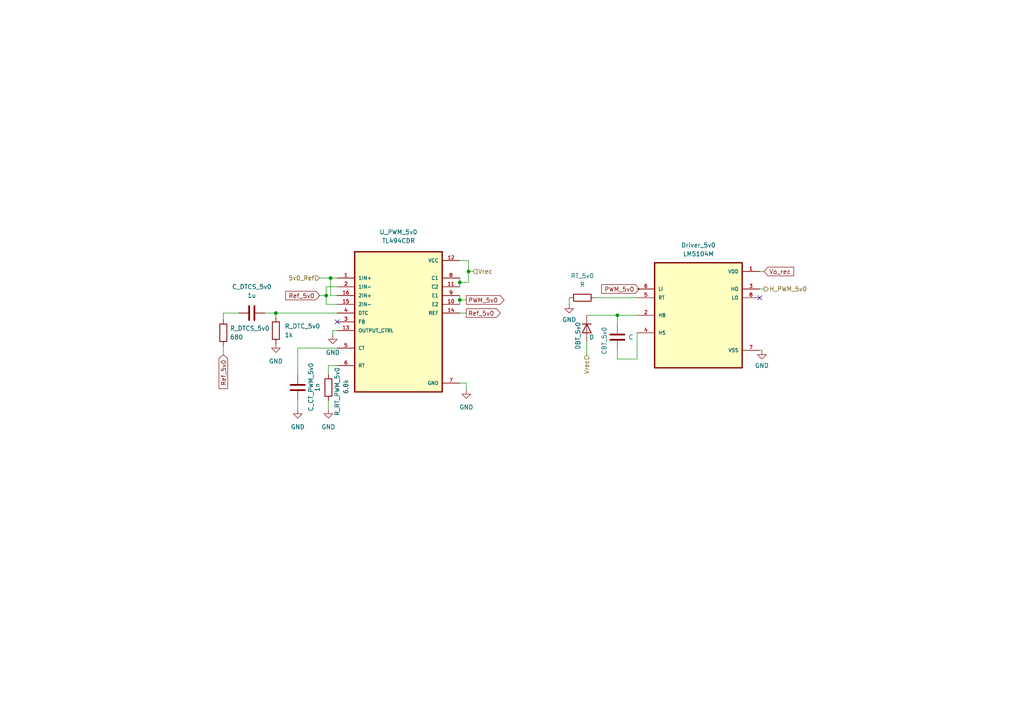
<source format=kicad_sch>
(kicad_sch (version 20211123) (generator eeschema)
  (paper "A4")
  (lib_symbols
    (symbol "Device:C" (pin_numbers hide) (pin_names (offset 0.254))
      (property "Reference" "C" (at 0.635 2.54 0))
      (property "Value" "C" (at 0.635 -2.54 0))
      (symbol "C_0_1"
        (polyline (pts (xy -2.032 -0.762) (xy 2.032 -0.762)) (stroke (width 0.508)))
        (polyline (pts (xy -2.032 0.762) (xy 2.032 0.762)) (stroke (width 0.508)))
      )
      (symbol "C_1_1"
        (pin passive line (at 0 3.81 270) (length 2.794) (name "~") (number "1"))
        (pin passive line (at 0 -3.81 90) (length 2.794) (name "~") (number "2"))
      )
    )
    (symbol "Device:D" (pin_numbers hide) (pin_names (offset 1.016) hide)
      (property "Reference" "D" (at 0 2.54 0))
      (property "Value" "D" (at 0 -2.54 0))
      (symbol "D_0_1"
        (polyline (pts (xy -1.27 1.27) (xy -1.27 -1.27)) (stroke (width 0.254)))
        (polyline (pts (xy 1.27 0) (xy -1.27 0)))
        (polyline (pts (xy 1.27 1.27) (xy 1.27 -1.27) (xy -1.27 0) (xy 1.27 1.27)) (stroke (width 0.254)))
      )
      (symbol "D_1_1"
        (pin passive line (at -3.81 0 0) (length 2.54) (name "K") (number "1"))
        (pin passive line (at 3.81 0 180) (length 2.54) (name "A") (number "2"))
      )
    )
    (symbol "Device:R" (pin_numbers hide) (pin_names (offset 0))
      (property "Reference" "R" (at 2.032 0 90))
      (property "Value" "R" (at 0 0 90))
      (symbol "R_0_1"
        (rectangle (start -1.016 -2.54) (end 1.016 2.54) (stroke (width 0.254)))
      )
      (symbol "R_1_1"
        (pin passive line (at 0 3.81 270) (length 1.27) (name "~") (number "1"))
        (pin passive line (at 0 -3.81 90) (length 1.27) (name "~") (number "2"))
      )
    )
    (symbol "LM5104M:LM5104M" (pin_names (offset 1.016))
      (property "Reference" "U" (at -12.7 16.2306 0))
      (property "Value" "LM5104M" (at -12.7 -19.2278 0))
      (symbol "LM5104M_0_0"
        (rectangle (start -12.7 -15.24) (end 12.7 15.24) (stroke (width 0.4064)) (fill (type background)))
        (pin power_in line (at 17.78 12.7 180) (length 5.08) (name "VDD") (number "1"))
        (pin bidirectional line (at -17.78 0 0) (length 5.08) (name "HB") (number "2"))
        (pin output line (at 17.78 7.62 180) (length 5.08) (name "HO") (number "3"))
        (pin bidirectional line (at -17.78 -5.08 0) (length 5.08) (name "HS") (number "4"))
        (pin input line (at -17.78 5.08 0) (length 5.08) (name "RT") (number "5"))
        (pin input line (at -17.78 7.62 0) (length 5.08) (name "LI") (number "6"))
        (pin power_in line (at 17.78 -10.16 180) (length 5.08) (name "VSS") (number "7"))
        (pin output line (at 17.78 5.08 180) (length 5.08) (name "LO") (number "8"))
      )
    )
    (symbol "TL494CDR:TL494CDR" (pin_names (offset 1.016))
      (property "Reference" "U" (at -12.7 21.3106 0))
      (property "Value" "TL494CDR" (at -12.7 -24.3078 0))
      (symbol "TL494CDR_0_0"
        (rectangle (start -12.7 -20.32) (end 12.7 20.32) (stroke (width 0.4064)) (fill (type background)))
        (pin input line (at -17.78 12.7 0) (length 5.08) (name "1IN+") (number "1"))
        (pin output line (at 17.78 5.08 180) (length 5.08) (name "E2") (number "10"))
        (pin output line (at 17.78 10.16 180) (length 5.08) (name "C2") (number "11"))
        (pin power_in line (at 17.78 17.78 180) (length 5.08) (name "VCC") (number "12"))
        (pin input line (at -17.78 -2.54 0) (length 5.08) (name "OUTPUT_CTRL") (number "13"))
        (pin output line (at 17.78 2.54 180) (length 5.08) (name "REF") (number "14"))
        (pin input line (at -17.78 5.08 0) (length 5.08) (name "2IN−") (number "15"))
        (pin input line (at -17.78 7.62 0) (length 5.08) (name "2IN+") (number "16"))
        (pin input line (at -17.78 10.16 0) (length 5.08) (name "1IN−") (number "2"))
        (pin input line (at -17.78 0 0) (length 5.08) (name "FB") (number "3"))
        (pin input line (at -17.78 2.54 0) (length 5.08) (name "DTC") (number "4"))
        (pin bidirectional line (at -17.78 -7.62 0) (length 5.08) (name "CT") (number "5"))
        (pin bidirectional line (at -17.78 -12.7 0) (length 5.08) (name "RT") (number "6"))
        (pin power_in line (at 17.78 -17.78 180) (length 5.08) (name "GND") (number "7"))
        (pin output line (at 17.78 12.7 180) (length 5.08) (name "C1") (number "8"))
        (pin output line (at 17.78 7.62 180) (length 5.08) (name "E1") (number "9"))
      )
    )
    (symbol "power:GND" (power) (pin_names (offset 0))
      (property "Value" "GND" (at 0 -3.81 0))
      (symbol "GND_0_1"
        (polyline (pts (xy 0 0) (xy 0 -1.27) (xy 1.27 -1.27) (xy 0 -2.54) (xy -1.27 -1.27) (xy 0 -1.27)))
      )
      (symbol "GND_1_1"
        (pin power_in line (at 0 0 270) (length 0) hide (name "GND") (number "1"))
      )
    )
  )
  (junction (at 135.89 78.74))
  (junction (at 179.07 91.44))
  (junction (at 133.35 81.915))
  (junction (at 133.35 86.995))
  (junction (at 94.615 85.725))
  (junction (at 95.885 80.645))
  (junction (at 80.01 90.805))
  (no_connect (at 97.79 93.345))
  (no_connect (at 220.345 86.36))
  (wire (pts (xy 133.35 85.725) (xy 133.35 86.995)))
  (wire (pts (xy 133.35 75.565) (xy 135.89 75.565)))
  (wire (pts (xy 94.615 83.185) (xy 94.615 85.725)))
  (wire (pts (xy 179.07 91.44) (xy 184.785 91.44)))
  (wire (pts (xy 133.35 111.125) (xy 135.255 111.125)))
  (wire (pts (xy 184.785 104.14) (xy 179.07 104.14)))
  (wire (pts (xy 220.345 101.6) (xy 220.98 101.6)))
  (wire (pts (xy 135.255 111.125) (xy 135.255 113.03)))
  (wire (pts (xy 86.36 100.965) (xy 97.79 100.965)))
  (wire (pts (xy 80.01 90.805) (xy 80.01 92.075)))
  (wire (pts (xy 170.18 99.06) (xy 170.18 102.87)))
  (wire (pts (xy 95.885 80.645) (xy 95.885 85.725)))
  (wire (pts (xy 135.89 78.74) (xy 137.16 78.74)))
  (wire (pts (xy 96.52 97.155) (xy 96.52 95.885)))
  (wire (pts (xy 220.345 78.74) (xy 221.615 78.74)))
  (wire (pts (xy 133.35 81.915) (xy 135.89 81.915)))
  (wire (pts (xy 135.89 78.74) (xy 135.89 81.915)))
  (wire (pts (xy 135.89 75.565) (xy 135.89 78.74)))
  (wire (pts (xy 133.35 81.915) (xy 133.35 83.185)))
  (wire (pts (xy 165.1 86.36) (xy 165.1 88.265)))
  (wire (pts (xy 133.35 86.995) (xy 135.255 86.995)))
  (wire (pts (xy 95.885 85.725) (xy 97.79 85.725)))
  (wire (pts (xy 97.79 106.045) (xy 95.25 106.045)))
  (wire (pts (xy 97.79 83.185) (xy 94.615 83.185)))
  (wire (pts (xy 95.885 80.645) (xy 97.79 80.645)))
  (wire (pts (xy 96.52 95.885) (xy 97.79 95.885)))
  (wire (pts (xy 94.615 85.725) (xy 94.615 88.265)))
  (wire (pts (xy 220.345 83.82) (xy 221.615 83.82)))
  (wire (pts (xy 172.72 86.36) (xy 184.785 86.36)))
  (wire (pts (xy 133.35 86.995) (xy 133.35 88.265)))
  (wire (pts (xy 170.18 91.44) (xy 179.07 91.44)))
  (wire (pts (xy 64.77 100.33) (xy 64.77 102.87)))
  (wire (pts (xy 133.35 80.645) (xy 133.35 81.915)))
  (wire (pts (xy 95.25 116.205) (xy 95.25 118.745)))
  (wire (pts (xy 86.36 108.585) (xy 86.36 100.965)))
  (wire (pts (xy 76.835 90.805) (xy 80.01 90.805)))
  (wire (pts (xy 184.785 96.52) (xy 184.785 104.14)))
  (wire (pts (xy 92.71 85.725) (xy 94.615 85.725)))
  (wire (pts (xy 64.77 90.805) (xy 69.215 90.805)))
  (wire (pts (xy 179.07 91.44) (xy 179.07 93.98)))
  (wire (pts (xy 92.71 80.645) (xy 95.885 80.645)))
  (wire (pts (xy 185.42 83.82) (xy 184.785 83.82)))
  (wire (pts (xy 133.35 90.805) (xy 135.255 90.805)))
  (wire (pts (xy 64.77 92.71) (xy 64.77 90.805)))
  (wire (pts (xy 95.25 106.045) (xy 95.25 108.585)))
  (wire (pts (xy 86.36 116.205) (xy 86.36 118.745)))
  (wire (pts (xy 94.615 88.265) (xy 97.79 88.265)))
  (wire (pts (xy 80.01 90.805) (xy 97.79 90.805)))
  (wire (pts (xy 179.07 101.6) (xy 179.07 104.14)))
  (global_label "Ref_5v0" (shape output) (at 135.255 90.805 0) (property "Intersheet References" "${INTERSHEET_REFS}" (effects hide)))
  (global_label "Ref_5v0" (shape input) (at 92.71 85.725 180) (property "Intersheet References" "${INTERSHEET_REFS}" (effects hide)))
  (global_label "PWM_5v0" (shape output) (at 135.255 86.995 0) (property "Intersheet References" "${INTERSHEET_REFS}" (effects hide)))
  (global_label "Ref_5v0" (shape input) (at 64.77 102.87 270) (property "Intersheet References" "${INTERSHEET_REFS}" (effects hide)))
  (global_label "PWM_5v0" (shape input) (at 185.42 83.82 180) (property "Intersheet References" "${INTERSHEET_REFS}" (effects hide)))
  (global_label "Vo_rec" (shape input) (at 221.615 78.74 0) (property "Intersheet References" "${INTERSHEET_REFS}" (effects hide)))
  (hierarchical_label "5v0_Ref" (shape input) (at 92.71 80.645 180))
  (hierarchical_label "Vrec" (shape input) (at 137.16 78.74 0))
  (hierarchical_label "H_PWM_5v0" (shape output) (at 221.615 83.82 0))
  (hierarchical_label "Vrec" (shape input) (at 170.18 102.87 270))
  (symbol (lib_id "Device:R") (at 64.77 96.52 0) (unit 1)
    (property "Reference" "R_DTCS_5v0" (at 66.675 95.2499 0) (effects (justify left)))
    (property "Value" "680" (at 66.675 97.7899 0) (effects (justify left)))
    (property "Footprint" "Resistor_SMD:R_0805_2012Metric_Pad1.20x1.40mm_HandSolder" (effects hide))
  )
  (symbol (lib_id "Device:R") (at 168.91 86.36 90) (unit 1)
    (property "Reference" "RT_5v0" (at 168.91 80.01 90))
    (property "Value" "R" (at 168.91 82.55 90))
    (property "Footprint" "Resistor_SMD:R_0805_2012Metric_Pad1.20x1.40mm_HandSolder" (effects hide))
  )
  (symbol (lib_id "LM5104M:LM5104M") (at 202.565 91.44 0) (unit 1)
    (property "Reference" "Driver_5v0" (at 202.565 71.12 0))
    (property "Value" "LM5104M" (at 202.565 73.66 0))
    (property "Footprint" "LM5104M:SOIC127P599X175-8N" (effects hide))
  )
  (symbol (lib_id "Device:R") (at 95.25 112.395 0) (unit 1)
    (property "Reference" "R_RT_PWM_5v0" (at 97.79 120.65 90) (effects (justify left)))
    (property "Value" "6.8k" (at 100.33 114.3 90) (effects (justify left)))
    (property "Footprint" "Resistor_SMD:R_0805_2012Metric_Pad1.20x1.40mm_HandSolder" (effects hide))
  )
  (symbol (lib_id "power:GND") (at 95.25 118.745 0) (unit 1)
    (property "Reference" "#PWR?" (effects hide))
    (property "Value" "GND" (at 95.25 123.825 0))
  )
  (symbol (lib_id "Device:C") (at 86.36 112.395 0) (unit 1)
    (property "Reference" "C_CT_PWM_5v0" (at 90.17 119.38 90) (effects (justify left)))
    (property "Value" "1n" (at 92.075 113.665 90) (effects (justify left)))
    (property "Footprint" "Capacitor_SMD:C_0805_2012Metric_Pad1.18x1.45mm_HandSolder" (effects hide))
  )
  (symbol (lib_id "Device:D") (at 170.18 95.25 270) (unit 1)
    (property "Reference" "DBT_5v0" (at 167.64 93.345 0) (effects (justify left)))
    (property "Value" "D" (at 170.815 97.79 90) (effects (justify left)))
    (property "Footprint" "Diode_THT:D_DO-201AD_P15.24mm_Horizontal" (effects hide))
  )
  (symbol (lib_id "power:GND") (at 135.255 113.03 0) (unit 1)
    (property "Reference" "#PWR?" (effects hide))
    (property "Value" "GND" (at 135.255 118.11 0))
  )
  (symbol (lib_id "power:GND") (at 96.52 97.155 0) (unit 1)
    (property "Reference" "#PWR?" (effects hide))
    (property "Value" "GND" (at 96.52 102.235 0))
  )
  (symbol (lib_id "power:GND") (at 220.98 101.6 0) (unit 1)
    (property "Reference" "#PWR?" (effects hide))
    (property "Value" "GND" (at 220.98 106.045 0))
  )
  (symbol (lib_id "power:GND") (at 86.36 118.745 0) (unit 1)
    (property "Reference" "#PWR?" (effects hide))
    (property "Value" "GND" (at 86.36 123.825 0))
  )
  (symbol (lib_id "Device:C") (at 73.025 90.805 90) (unit 1)
    (property "Reference" "C_DTCS_5v0" (at 73.025 83.185 90))
    (property "Value" "1u" (at 73.025 85.725 90))
    (property "Footprint" "Capacitor_SMD:C_0805_2012Metric_Pad1.18x1.45mm_HandSolder" (effects hide))
  )
  (symbol (lib_id "Device:C") (at 179.07 97.79 0) (unit 1)
    (property "Reference" "CBT_5v0" (at 175.26 102.87 90) (effects (justify left)))
    (property "Value" "C" (at 182.245 97.79 0) (effects (justify left)))
    (property "Footprint" "Capacitor_SMD:C_0805_2012Metric_Pad1.18x1.45mm_HandSolder" (effects hide))
  )
  (symbol (lib_id "TL494CDR:TL494CDR") (at 115.57 93.345 0) (unit 1)
    (property "Reference" "U_PWM_5v0" (at 115.57 67.31 0))
    (property "Value" "TL494CDR" (at 115.57 69.85 0))
    (property "Footprint" "TL494CDR_PWM:SOIC127P600X175-16N" (effects hide))
  )
  (symbol (lib_id "power:GND") (at 80.01 99.695 0) (unit 1)
    (property "Reference" "#PWR?" (effects hide))
    (property "Value" "GND" (at 80.01 104.775 0))
  )
  (symbol (lib_id "Device:R") (at 80.01 95.885 0) (unit 1)
    (property "Reference" "R_DTC_5v0" (at 82.55 94.6149 0) (effects (justify left)))
    (property "Value" "1k" (at 82.55 97.1549 0) (effects (justify left)))
    (property "Footprint" "Resistor_SMD:R_0805_2012Metric_Pad1.20x1.40mm_HandSolder" (effects hide))
  )
  (symbol (lib_id "power:GND") (at 165.1 88.265 0) (unit 1)
    (property "Reference" "#PWR?" (effects hide))
    (property "Value" "GND" (at 165.1 92.71 0))
  )
)
</source>
